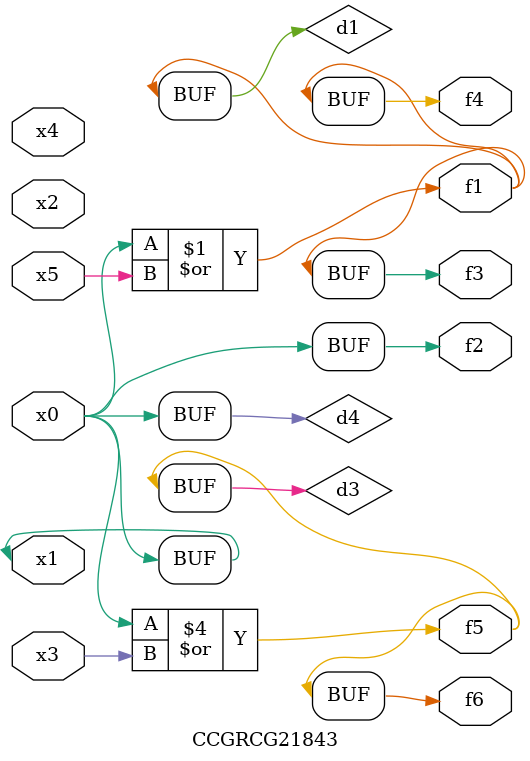
<source format=v>
module CCGRCG21843(
	input x0, x1, x2, x3, x4, x5,
	output f1, f2, f3, f4, f5, f6
);

	wire d1, d2, d3, d4;

	or (d1, x0, x5);
	xnor (d2, x1, x4);
	or (d3, x0, x3);
	buf (d4, x0, x1);
	assign f1 = d1;
	assign f2 = d4;
	assign f3 = d1;
	assign f4 = d1;
	assign f5 = d3;
	assign f6 = d3;
endmodule

</source>
